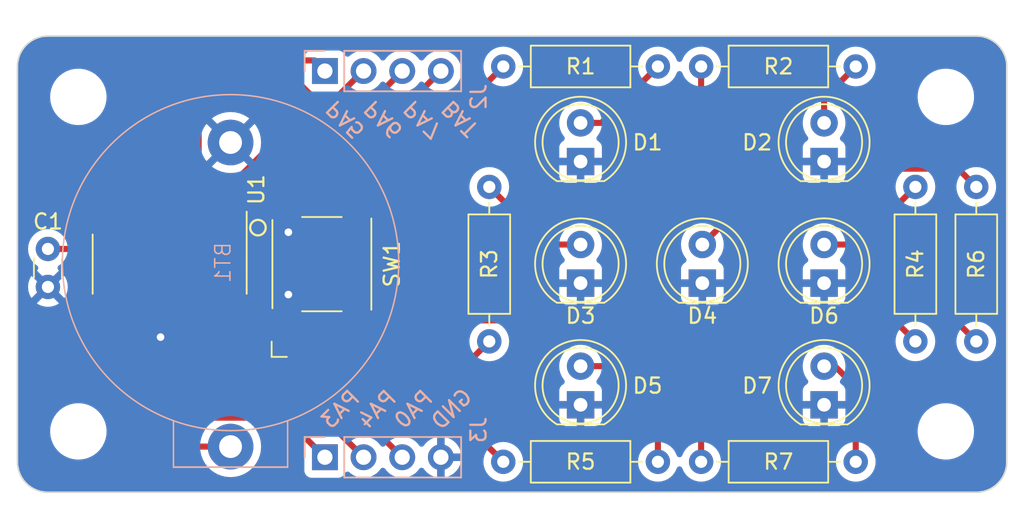
<source format=kicad_pcb>
(kicad_pcb (version 20221018) (generator pcbnew)
  (layers (0 "F.Cu" signal) (31 "B.Cu" signal) (34 "B.Paste" user) (35 "F.Paste" user) (36 "B.SilkS" user "B.Silkscreen") (37 "F.SilkS" user "F.Silkscreen") (38 "B.Mask" user) (39 "F.Mask" user) (44 "Edge.Cuts" user))
  (net 0 "")
  (net 1 "+BATT")
  (net 2 "GND")
  (net 3 "Net-(D1-A)")
  (net 4 "Net-(D2-A)")
  (net 5 "Net-(D3-A)")
  (net 6 "Net-(D4-A)")
  (net 7 "Net-(D5-A)")
  (net 8 "Net-(D6-A)")
  (net 9 "Net-(D7-A)")
  (net 10 "/PA7")
  (net 11 "/PA6")
  (net 12 "/PA5")
  (net 13 "/PA3")
  (net 14 "/PA4")
  (net 15 "/PA0")
  (net 16 "/LED1")
  (net 17 "/LED2")
  (net 18 "/LED3")
  (net 19 "/LED4")
  (net 20 "/LED5")
  (net 21 "/LED6")
  (net 22 "/LED7")
  (net 23 "/BTN")
  (footprint "LED_THT:LED_D5.0mm" (layer "F.Cu") (at 130 96.25 90)
    (fp_text reference "D3" (at -2.15 0 180) (layer "F.SilkS"))
    (fp_text value "LED")
    (fp_line (start -1.29 -1.545) (end -1.29 1.545) (stroke (width 0.12)) (layer "F.SilkS"))
    (fp_arc (start -1.29 -1.54483) (mid 2.072002 -2.880433) (end 4.26 0.000462) (stroke (width 0.12)) (layer "F.SilkS"))
    (fp_arc (start 4.26 -0.000462) (mid 2.072002 2.880433) (end -1.29 1.54483) (stroke (width 0.12)) (layer "F.SilkS"))
    (fp_circle (center 1.27 0) (end 3.77 0) (stroke (width 0.12)) (fill none) (layer "F.SilkS"))
    (pad "1" thru_hole rect (at 0 0 90) (size 1.8 1.8) (drill 0.9) (layers "*.Cu" "*.Mask") (net 2 "GND"))
    (pad "2" thru_hole circle (at 2.54 0 90) (size 1.8 1.8) (drill 0.9) (layers "*.Cu" "*.Mask") (net 5 "Net-(D3-A)"))
  )
  (footprint "MountingHole:MountingHole_3.2mm_M3" (layer "F.Cu") (at 154 84)
    (fp_text reference "H2" hide)
    (fp_text value "MountingHole")
    (pad "" np_thru_hole circle (at 0 0) (size 3.2 3.2) (drill 3.2) (layers "*.Cu" "*.Mask"))
  )
  (footprint "LED_THT:LED_D5.0mm" (layer "F.Cu") (at 130 88.25 90)
    (fp_text reference "D1" (at 1.25 4.4 180) (layer "F.SilkS"))
    (fp_text value "LED")
    (fp_line (start -1.29 -1.545) (end -1.29 1.545) (stroke (width 0.12)) (layer "F.SilkS"))
    (fp_arc (start -1.29 -1.54483) (mid 2.072002 -2.880433) (end 4.26 0.000462) (stroke (width 0.12)) (layer "F.SilkS"))
    (fp_arc (start 4.26 -0.000462) (mid 2.072002 2.880433) (end -1.29 1.54483) (stroke (width 0.12)) (layer "F.SilkS"))
    (fp_circle (center 1.27 0) (end 3.77 0) (stroke (width 0.12)) (fill none) (layer "F.SilkS"))
    (pad "1" thru_hole rect (at 0 0 90) (size 1.8 1.8) (drill 0.9) (layers "*.Cu" "*.Mask") (net 2 "GND"))
    (pad "2" thru_hole circle (at 2.54 0 90) (size 1.8 1.8) (drill 0.9) (layers "*.Cu" "*.Mask") (net 3 "Net-(D1-A)"))
  )
  (footprint "EDice:K2-1102SP-J4SC-04" (layer "F.Cu") (at 113 95 90)
    (fp_text reference "SW1" (at 0 4.6 90) (layer "F.SilkS"))
    (fp_text value "SW_Push")
    (fp_line (start -6.1 -3.3) (end -5.1 -3.3) (stroke (width 0.12)) (layer "F.SilkS"))
    (fp_line (start -6.1 -2.3) (end -6.1 -3.3) (stroke (width 0.12)) (layer "F.SilkS"))
    (fp_line (start -3.1 -1.3) (end -3.1 1.3) (stroke (width 0.12)) (layer "F.SilkS"))
    (fp_line (start 2.9 -3.25) (end -2.9 -3.25) (stroke (width 0.12)) (layer "F.SilkS"))
    (fp_line (start 3 3.25) (end -3 3.25) (stroke (width 0.12)) (layer "F.SilkS"))
    (fp_line (start 3.1 -1.3) (end 3.1 1.3) (stroke (width 0.12)) (layer "F.SilkS"))
    (pad "1" smd rect (at -4.5 -2.25 270) (size 2.6 1.4) (layers "F.Cu" "F.Paste" "F.Mask") (net 2 "GND"))
    (pad "1" smd rect (at 4.5 -2.25 270) (size 2.6 1.4) (layers "F.Cu" "F.Paste" "F.Mask") (net 2 "GND"))
    (pad "2" smd rect (at -4.5 2.25 270) (size 2.6 1.4) (layers "F.Cu" "F.Paste" "F.Mask") (net 23 "/BTN"))
    (pad "2" smd rect (at 4.5 2.25 270) (size 2.6 1.4) (layers "F.Cu" "F.Paste" "F.Mask") (net 23 "/BTN"))
  )
  (footprint "LED_THT:LED_D5.0mm" (layer "F.Cu") (at 138 96.25 90)
    (fp_text reference "D4" (at -2.15 0 180) (layer "F.SilkS"))
    (fp_text value "LED")
    (fp_line (start -1.29 -1.545) (end -1.29 1.545) (stroke (width 0.12)) (layer "F.SilkS"))
    (fp_arc (start -1.29 -1.54483) (mid 2.072002 -2.880433) (end 4.26 0.000462) (stroke (width 0.12)) (layer "F.SilkS"))
    (fp_arc (start 4.26 -0.000462) (mid 2.072002 2.880433) (end -1.29 1.54483) (stroke (width 0.12)) (layer "F.SilkS"))
    (fp_circle (center 1.27 0) (end 3.77 0) (stroke (width 0.12)) (fill none) (layer "F.SilkS"))
    (pad "1" thru_hole rect (at 0 0 90) (size 1.8 1.8) (drill 0.9) (layers "*.Cu" "*.Mask") (net 2 "GND"))
    (pad "2" thru_hole circle (at 2.54 0 90) (size 1.8 1.8) (drill 0.9) (layers "*.Cu" "*.Mask") (net 6 "Net-(D4-A)"))
  )
  (footprint "LED_THT:LED_D5.0mm" (layer "F.Cu") (at 146 88.25 90)
    (fp_text reference "D2" (at 1.25 -4.4 180) (layer "F.SilkS"))
    (fp_text value "LED")
    (fp_line (start -1.29 -1.545) (end -1.29 1.545) (stroke (width 0.12)) (layer "F.SilkS"))
    (fp_arc (start -1.29 -1.54483) (mid 2.072002 -2.880433) (end 4.26 0.000462) (stroke (width 0.12)) (layer "F.SilkS"))
    (fp_arc (start 4.26 -0.000462) (mid 2.072002 2.880433) (end -1.29 1.54483) (stroke (width 0.12)) (layer "F.SilkS"))
    (fp_circle (center 1.27 0) (end 3.77 0) (stroke (width 0.12)) (fill none) (layer "F.SilkS"))
    (pad "1" thru_hole rect (at 0 0 90) (size 1.8 1.8) (drill 0.9) (layers "*.Cu" "*.Mask") (net 2 "GND"))
    (pad "2" thru_hole circle (at 2.54 0 90) (size 1.8 1.8) (drill 0.9) (layers "*.Cu" "*.Mask") (net 4 "Net-(D2-A)"))
  )
  (footprint "MountingHole:MountingHole_3.2mm_M3" (layer "F.Cu") (at 97 106)
    (fp_text reference "H4" hide)
    (fp_text value "MountingHole")
    (pad "" np_thru_hole circle (at 0 0) (size 3.2 3.2) (drill 3.2) (layers "*.Cu" "*.Mask"))
  )
  (footprint "Resistor_THT:R_Axial_DIN0207_L6.3mm_D2.5mm_P10.16mm_Horizontal" (layer "F.Cu") (at 124.92 82)
    (fp_text reference "R1" (at 5.08 0) (layer "F.SilkS"))
    (fp_text value "1k")
    (fp_line (start 1.04 0) (end 1.81 0) (stroke (width 0.12)) (layer "F.SilkS"))
    (fp_line (start 1.81 -1.37) (end 1.81 1.37) (stroke (width 0.12)) (layer "F.SilkS"))
    (fp_line (start 1.81 1.37) (end 8.35 1.37) (stroke (width 0.12)) (layer "F.SilkS"))
    (fp_line (start 8.35 -1.37) (end 1.81 -1.37) (stroke (width 0.12)) (layer "F.SilkS"))
    (fp_line (start 8.35 1.37) (end 8.35 -1.37) (stroke (width 0.12)) (layer "F.SilkS"))
    (fp_line (start 9.12 0) (end 8.35 0) (stroke (width 0.12)) (layer "F.SilkS"))
    (pad "1" thru_hole circle (at 0 0) (size 1.6 1.6) (drill 0.8) (layers "*.Cu" "*.Mask") (net 16 "/LED1"))
    (pad "2" thru_hole oval (at 10.16 0) (size 1.6 1.6) (drill 0.8) (layers "*.Cu" "*.Mask") (net 3 "Net-(D1-A)"))
  )
  (footprint "Resistor_THT:R_Axial_DIN0207_L6.3mm_D2.5mm_P10.16mm_Horizontal" (layer "F.Cu") (at 156 89.92 -90)
    (fp_text reference "R6" (at 5.08 0 90) (layer "F.SilkS"))
    (fp_text value "1k")
    (fp_line (start 1.04 0) (end 1.81 0) (stroke (width 0.12)) (layer "F.SilkS"))
    (fp_line (start 1.81 -1.37) (end 1.81 1.37) (stroke (width 0.12)) (layer "F.SilkS"))
    (fp_line (start 1.81 1.37) (end 8.35 1.37) (stroke (width 0.12)) (layer "F.SilkS"))
    (fp_line (start 8.35 -1.37) (end 1.81 -1.37) (stroke (width 0.12)) (layer "F.SilkS"))
    (fp_line (start 8.35 1.37) (end 8.35 -1.37) (stroke (width 0.12)) (layer "F.SilkS"))
    (fp_line (start 9.12 0) (end 8.35 0) (stroke (width 0.12)) (layer "F.SilkS"))
    (pad "1" thru_hole circle (at 0 0 270) (size 1.6 1.6) (drill 0.8) (layers "*.Cu" "*.Mask") (net 21 "/LED6"))
    (pad "2" thru_hole oval (at 10.16 0 270) (size 1.6 1.6) (drill 0.8) (layers "*.Cu" "*.Mask") (net 8 "Net-(D6-A)"))
  )
  (footprint "Resistor_THT:R_Axial_DIN0207_L6.3mm_D2.5mm_P10.16mm_Horizontal" (layer "F.Cu") (at 137.92 108)
    (fp_text reference "R7" (at 5.08 0) (layer "F.SilkS"))
    (fp_text value "1k")
    (fp_line (start 1.04 0) (end 1.81 0) (stroke (width 0.12)) (layer "F.SilkS"))
    (fp_line (start 1.81 -1.37) (end 1.81 1.37) (stroke (width 0.12)) (layer "F.SilkS"))
    (fp_line (start 1.81 1.37) (end 8.35 1.37) (stroke (width 0.12)) (layer "F.SilkS"))
    (fp_line (start 8.35 -1.37) (end 1.81 -1.37) (stroke (width 0.12)) (layer "F.SilkS"))
    (fp_line (start 8.35 1.37) (end 8.35 -1.37) (stroke (width 0.12)) (layer "F.SilkS"))
    (fp_line (start 9.12 0) (end 8.35 0) (stroke (width 0.12)) (layer "F.SilkS"))
    (pad "1" thru_hole circle (at 0 0) (size 1.6 1.6) (drill 0.8) (layers "*.Cu" "*.Mask") (net 22 "/LED7"))
    (pad "2" thru_hole oval (at 10.16 0) (size 1.6 1.6) (drill 0.8) (layers "*.Cu" "*.Mask") (net 9 "Net-(D7-A)"))
  )
  (footprint "LED_THT:LED_D5.0mm" (layer "F.Cu") (at 146 104.25 90)
    (fp_text reference "D7" (at 1.25 -4.4 180) (layer "F.SilkS"))
    (fp_text value "LED")
    (fp_line (start -1.29 -1.545) (end -1.29 1.545) (stroke (width 0.12)) (layer "F.SilkS"))
    (fp_arc (start -1.29 -1.54483) (mid 2.072002 -2.880433) (end 4.26 0.000462) (stroke (width 0.12)) (layer "F.SilkS"))
    (fp_arc (start 4.26 -0.000462) (mid 2.072002 2.880433) (end -1.29 1.54483) (stroke (width 0.12)) (layer "F.SilkS"))
    (fp_circle (center 1.27 0) (end 3.77 0) (stroke (width 0.12)) (fill none) (layer "F.SilkS"))
    (pad "1" thru_hole rect (at 0 0 90) (size 1.8 1.8) (drill 0.9) (layers "*.Cu" "*.Mask") (net 2 "GND"))
    (pad "2" thru_hole circle (at 2.54 0 90) (size 1.8 1.8) (drill 0.9) (layers "*.Cu" "*.Mask") (net 9 "Net-(D7-A)"))
  )
  (footprint "MountingHole:MountingHole_3.2mm_M3" (layer "F.Cu") (at 97 84)
    (fp_text reference "H1" hide)
    (fp_text value "MountingHole")
    (pad "" np_thru_hole circle (at 0 0) (size 3.2 3.2) (drill 3.2) (layers "*.Cu" "*.Mask"))
  )
  (footprint "MountingHole:MountingHole_3.2mm_M3" (layer "F.Cu") (at 154 106)
    (fp_text reference "H3" hide)
    (fp_text value "MountingHole")
    (pad "" np_thru_hole circle (at 0 0) (size 3.2 3.2) (drill 3.2) (layers "*.Cu" "*.Mask"))
  )
  (footprint "Resistor_THT:R_Axial_DIN0207_L6.3mm_D2.5mm_P10.16mm_Horizontal" (layer "F.Cu") (at 152 100.08 90)
    (fp_text reference "R4" (at 5.08 0 90) (layer "F.SilkS"))
    (fp_text value "1k")
    (fp_line (start 1.04 0) (end 1.81 0) (stroke (width 0.12)) (layer "F.SilkS"))
    (fp_line (start 1.81 -1.37) (end 1.81 1.37) (stroke (width 0.12)) (layer "F.SilkS"))
    (fp_line (start 1.81 1.37) (end 8.35 1.37) (stroke (width 0.12)) (layer "F.SilkS"))
    (fp_line (start 8.35 -1.37) (end 1.81 -1.37) (stroke (width 0.12)) (layer "F.SilkS"))
    (fp_line (start 8.35 1.37) (end 8.35 -1.37) (stroke (width 0.12)) (layer "F.SilkS"))
    (fp_line (start 9.12 0) (end 8.35 0) (stroke (width 0.12)) (layer "F.SilkS"))
    (pad "1" thru_hole circle (at 0 0 90) (size 1.6 1.6) (drill 0.8) (layers "*.Cu" "*.Mask") (net 19 "/LED4"))
    (pad "2" thru_hole oval (at 10.16 0 90) (size 1.6 1.6) (drill 0.8) (layers "*.Cu" "*.Mask") (net 6 "Net-(D4-A)"))
  )
  (footprint "LED_THT:LED_D5.0mm" (layer "F.Cu") (at 130 104.25 90)
    (fp_text reference "D5" (at 1.25 4.4 180) (layer "F.SilkS"))
    (fp_text value "LED")
    (fp_line (start -1.29 -1.545) (end -1.29 1.545) (stroke (width 0.12)) (layer "F.SilkS"))
    (fp_arc (start -1.29 -1.54483) (mid 2.072002 -2.880433) (end 4.26 0.000462) (stroke (width 0.12)) (layer "F.SilkS"))
    (fp_arc (start 4.26 -0.000462) (mid 2.072002 2.880433) (end -1.29 1.54483) (stroke (width 0.12)) (layer "F.SilkS"))
    (fp_circle (center 1.27 0) (end 3.77 0) (stroke (width 0.12)) (fill none) (layer "F.SilkS"))
    (pad "1" thru_hole rect (at 0 0 90) (size 1.8 1.8) (drill 0.9) (layers "*.Cu" "*.Mask") (net 2 "GND"))
    (pad "2" thru_hole circle (at 2.54 0 90) (size 1.8 1.8) (drill 0.9) (layers "*.Cu" "*.Mask") (net 7 "Net-(D5-A)"))
  )
  (footprint "Resistor_THT:R_Axial_DIN0207_L6.3mm_D2.5mm_P10.16mm_Horizontal" (layer "F.Cu") (at 137.92 82)
    (fp_text reference "R2" (at 5.08 0) (layer "F.SilkS"))
    (fp_text value "1k")
    (fp_line (start 1.04 0) (end 1.81 0) (stroke (width 0.12)) (layer "F.SilkS"))
    (fp_line (start 1.81 -1.37) (end 1.81 1.37) (stroke (width 0.12)) (layer "F.SilkS"))
    (fp_line (start 1.81 1.37) (end 8.35 1.37) (stroke (width 0.12)) (layer "F.SilkS"))
    (fp_line (start 8.35 -1.37) (end 1.81 -1.37) (stroke (width 0.12)) (layer "F.SilkS"))
    (fp_line (start 8.35 1.37) (end 8.35 -1.37) (stroke (width 0.12)) (layer "F.SilkS"))
    (fp_line (start 9.12 0) (end 8.35 0) (stroke (width 0.12)) (layer "F.SilkS"))
    (pad "1" thru_hole circle (at 0 0) (size 1.6 1.6) (drill 0.8) (layers "*.Cu" "*.Mask") (net 17 "/LED2"))
    (pad "2" thru_hole oval (at 10.16 0) (size 1.6 1.6) (drill 0.8) (layers "*.Cu" "*.Mask") (net 4 "Net-(D2-A)"))
  )
  (footprint "Resistor_THT:R_Axial_DIN0207_L6.3mm_D2.5mm_P10.16mm_Horizontal" (layer "F.Cu") (at 124 100.08 90)
    (fp_text reference "R3" (at 5.08 0 90) (layer "F.SilkS"))
    (fp_text value "1k")
    (fp_line (start 1.04 0) (end 1.81 0) (stroke (width 0.12)) (layer "F.SilkS"))
    (fp_line (start 1.81 -1.37) (end 1.81 1.37) (stroke (width 0.12)) (layer "F.SilkS"))
    (fp_line (start 1.81 1.37) (end 8.35 1.37) (stroke (width 0.12)) (layer "F.SilkS"))
    (fp_line (start 8.35 -1.37) (end 1.81 -1.37) (stroke (width 0.12)) (layer "F.SilkS"))
    (fp_line (start 8.35 1.37) (end 8.35 -1.37) (stroke (width 0.12)) (layer "F.SilkS"))
    (fp_line (start 9.12 0) (end 8.35 0) (stroke (width 0.12)) (layer "F.SilkS"))
    (pad "1" thru_hole circle (at 0 0 90) (size 1.6 1.6) (drill 0.8) (layers "*.Cu" "*.Mask") (net 18 "/LED3"))
    (pad "2" thru_hole oval (at 10.16 0 90) (size 1.6 1.6) (drill 0.8) (layers "*.Cu" "*.Mask") (net 5 "Net-(D3-A)"))
  )
  (footprint "Package_SO:SOIC-16_3.9x9.9mm_P1.27mm" (layer "F.Cu") (at 103 95 -90)
    (fp_text reference "U1" (at -4.9 -5.7 90) (layer "F.SilkS"))
    (fp_text value "PFS154-S16")
    (fp_line (start 0 -5.06) (end -3.45 -5.06) (stroke (width 0.12)) (layer "F.SilkS"))
    (fp_line (start 0 -5.06) (end 1.95 -5.06) (stroke (width 0.12)) (layer "F.SilkS"))
    (fp_line (start 0 5.06) (end -1.95 5.06) (stroke (width 0.12)) (layer "F.SilkS"))
    (fp_line (start 0 5.06) (end 1.95 5.06) (stroke (width 0.12)) (layer "F.SilkS"))
    (pad "1" smd roundrect (at -2.475 -4.445 270) (size 3 0.6) (layers "F.Cu" "F.Paste" "F.Mask") (net 23 "/BTN"))
    (pad "2" smd roundrect (at -2.475 -3.175 270) (size 3 0.6) (layers "F.Cu" "F.Paste" "F.Mask") (net 21 "/LED6"))
    (pad "3" smd roundrect (at -2.475 -1.905 270) (size 3 0.6) (layers "F.Cu" "F.Paste" "F.Mask") (net 17 "/LED2"))
    (pad "4" smd roundrect (at -2.475 -0.635 270) (size 3 0.6) (layers "F.Cu" "F.Paste" "F.Mask") (net 16 "/LED1"))
    (pad "5" smd roundrect (at -2.475 0.635 270) (size 3 0.6) (layers "F.Cu" "F.Paste" "F.Mask") (net 1 "+BATT"))
    (pad "6" smd roundrect (at -2.475 1.905 270) (size 3 0.6) (layers "F.Cu" "F.Paste" "F.Mask") (net 10 "/PA7"))
    (pad "7" smd roundrect (at -2.475 3.175 270) (size 3 0.6) (layers "F.Cu" "F.Paste" "F.Mask") (net 11 "/PA6"))
    (pad "8" smd roundrect (at -2.475 4.445 270) (size 3 0.6) (layers "F.Cu" "F.Paste" "F.Mask") (net 12 "/PA5"))
    (pad "9" smd roundrect (at 2.475 4.445 270) (size 3 0.6) (layers "F.Cu" "F.Paste" "F.Mask") (net 13 "/PA3"))
    (pad "10" smd roundrect (at 2.475 3.175 270) (size 3 0.6) (layers "F.Cu" "F.Paste" "F.Mask") (net 14 "/PA4"))
    (pad "11" smd roundrect (at 2.475 1.905 270) (size 3 0.6) (layers "F.Cu" "F.Paste" "F.Mask") (net 15 "/PA0"))
    (pad "12" smd roundrect (at 2.475 0.635 270) (size 3 0.6) (layers "F.Cu" "F.Paste" "F.Mask") (net 2 "GND"))
    (pad "13" smd roundrect (at 2.475 -0.635 270) (size 3 0.6) (layers "F.Cu" "F.Paste" "F.Mask") (net 20 "/LED5"))
    (pad "14" smd roundrect (at 2.475 -1.905 270) (size 3 0.6) (layers "F.Cu" "F.Paste" "F.Mask") (net 18 "/LED3"))
    (pad "15" smd roundrect (at 2.475 -3.175 270) (size 3 0.6) (layers "F.Cu" "F.Paste" "F.Mask") (net 22 "/LED7"))
    (pad "16" smd roundrect (at 2.475 -4.445 270) (size 3 0.6) (layers "F.Cu" "F.Paste" "F.Mask") (net 19 "/LED4"))
  )
  (footprint "Capacitor_THT:C_Disc_D3.0mm_W1.6mm_P2.50mm" (layer "F.Cu") (at 95 94 -90)
    (fp_text reference "C1" (at -1.8 0) (layer "F.SilkS"))
    (fp_text value "100n")
    (fp_line (start 0.621 -0.92) (end 1.879 -0.92) (stroke (width 0.12)) (layer "F.SilkS"))
    (fp_line (start 0.621 0.92) (end 1.879 0.92) (stroke (width 0.12)) (layer "F.SilkS"))
    (pad "1" thru_hole circle (at 0 0 270) (size 1.6 1.6) (drill 0.8) (layers "*.Cu" "*.Mask") (net 1 "+BATT"))
    (pad "2" thru_hole circle (at 2.5 0 270) (size 1.6 1.6) (drill 0.8) (layers "*.Cu" "*.Mask") (net 2 "GND"))
  )
  (footprint "LED_THT:LED_D5.0mm" (layer "F.Cu") (at 146 96.25 90)
    (fp_text reference "D6" (at -2.15 0 180) (layer "F.SilkS"))
    (fp_text value "LED")
    (fp_line (start -1.29 -1.545) (end -1.29 1.545) (stroke (width 0.12)) (layer "F.SilkS"))
    (fp_arc (start -1.29 -1.54483) (mid 2.072002 -2.880433) (end 4.26 0.000462) (stroke (width 0.12)) (layer "F.SilkS"))
    (fp_arc (start 4.26 -0.000462) (mid 2.072002 2.880433) (end -1.29 1.54483) (stroke (width 0.12)) (layer "F.SilkS"))
    (fp_circle (center 1.27 0) (end 3.77 0) (stroke (width 0.12)) (fill none) (layer "F.SilkS"))
    (pad "1" thru_hole rect (at 0 0 90) (size 1.8 1.8) (drill 0.9) (layers "*.Cu" "*.Mask") (net 2 "GND"))
    (pad "2" thru_hole circle (at 2.54 0 90) (size 1.8 1.8) (drill 0.9) (layers "*.Cu" "*.Mask") (net 8 "Net-(D6-A)"))
  )
  (footprint "Resistor_THT:R_Axial_DIN0207_L6.3mm_D2.5mm_P10.16mm_Horizontal" (layer "F.Cu") (at 124.92 108)
    (fp_text reference "R5" (at 5.08 0) (layer "F.SilkS"))
    (fp_text value "1k")
    (fp_line (start 1.04 0) (end 1.81 0) (stroke (width 0.12)) (layer "F.SilkS"))
    (fp_line (start 1.81 -1.37) (end 1.81 1.37) (stroke (width 0.12)) (layer "F.SilkS"))
    (fp_line (start 1.81 1.37) (end 8.35 1.37) (stroke (width 0.12)) (layer "F.SilkS"))
    (fp_line (start 8.35 -1.37) (end 1.81 -1.37) (stroke (width 0.12)) (layer "F.SilkS"))
    (fp_line (start 8.35 1.37) (end 8.35 -1.37) (stroke (width 0.12)) (layer "F.SilkS"))
    (fp_line (start 9.12 0) (end 8.35 0) (stroke (width 0.12)) (layer "F.SilkS"))
    (pad "1" thru_hole circle (at 0 0) (size 1.6 1.6) (drill 0.8) (layers "*.Cu" "*.Mask") (net 20 "/LED5"))
    (pad "2" thru_hole oval (at 10.16 0) (size 1.6 1.6) (drill 0.8) (layers "*.Cu" "*.Mask") (net 7 "Net-(D5-A)"))
  )
  (footprint "Connector_PinHeader_2.54mm:PinHeader_1x04_P2.54mm_Vertical" (layer "B.Cu") (at 113.2 82.3 -90)
    (fp_text reference "J2" (at 1.7 -10.1 -270) (layer "B.SilkS") (effects (justify mirror)))
    (fp_text value "Conn_01x04")
    (fp_line (start -1.33 -8.95) (end 1.33 -8.95) (stroke (width 0.12)) (layer "B.SilkS"))
    (fp_line (start -1.33 -1.27) (end -1.33 -8.95) (stroke (width 0.12)) (layer "B.SilkS"))
    (fp_line (start -1.33 -1.27) (end 1.33 -1.27) (stroke (width 0.12)) (layer "B.SilkS"))
    (fp_line (start -1.33 0) (end -1.33 1.33) (stroke (width 0.12)) (layer "B.SilkS"))
    (fp_line (start -1.33 1.33) (end 0 1.33) (stroke (width 0.12)) (layer "B.SilkS"))
    (fp_line (start 1.33 -1.27) (end 1.33 -8.95) (stroke (width 0.12)) (layer "B.SilkS"))
    (pad "1" thru_hole rect (at 0 0 270) (size 1.7 1.7) (drill 1) (layers "*.Cu" "*.Mask") (net 12 "/PA5"))
    (pad "2" thru_hole oval (at 0 -2.54 270) (size 1.7 1.7) (drill 1) (layers "*.Cu" "*.Mask") (net 11 "/PA6"))
    (pad "3" thru_hole oval (at 0 -5.08 270) (size 1.7 1.7) (drill 1) (layers "*.Cu" "*.Mask") (net 10 "/PA7"))
    (pad "4" thru_hole oval (at 0 -7.62 270) (size 1.7 1.7) (drill 1) (layers "*.Cu" "*.Mask") (net 1 "+BATT"))
  )
  (footprint "Connector_PinHeader_2.54mm:PinHeader_1x04_P2.54mm_Vertical" (layer "B.Cu") (at 113.2 107.7 -90)
    (fp_text reference "J3" (at -1.8 -10.1 90) (layer "B.SilkS") (effects (justify mirror)))
    (fp_text value "Conn_01x04")
    (fp_line (start -1.33 -8.95) (end 1.33 -8.95) (stroke (width 0.12)) (layer "B.SilkS"))
    (fp_line (start -1.33 -1.27) (end -1.33 -8.95) (stroke (width 0.12)) (layer "B.SilkS"))
    (fp_line (start -1.33 -1.27) (end 1.33 -1.27) (stroke (width 0.12)) (layer "B.SilkS"))
    (fp_line (start -1.33 0) (end -1.33 1.33) (stroke (width 0.12)) (layer "B.SilkS"))
    (fp_line (start -1.33 1.33) (end 0 1.33) (stroke (width 0.12)) (layer "B.SilkS"))
    (fp_line (start 1.33 -1.27) (end 1.33 -8.95) (stroke (width 0.12)) (layer "B.SilkS"))
    (pad "1" thru_hole rect (at 0 0 270) (size 1.7 1.7) (drill 1) (layers "*.Cu" "*.Mask") (net 13 "/PA3"))
    (pad "2" thru_hole oval (at 0 -2.54 270) (size 1.7 1.7) (drill 1) (layers "*.Cu" "*.Mask") (net 14 "/PA4"))
    (pad "3" thru_hole oval (at 0 -5.08 270) (size 1.7 1.7) (drill 1) (layers "*.Cu" "*.Mask") (net 15 "/PA0"))
    (pad "4" thru_hole oval (at 0 -7.62 270) (size 1.7 1.7) (drill 1) (layers "*.Cu" "*.Mask") (net 2 "GND"))
  )
  (footprint "EDice:BS-02-A1AJ010" (layer "B.Cu") (at 107 94.9 -90)
    (fp_text reference "BT1" (at 0 0.5 -270 unlocked) (layer "B.SilkS") (effects (font (thickness 0.1)) (justify mirror)))
    (fp_text value "Battery_Cell")
    (fp_line (start 10.4 -3.75) (end 13.45 -3.75) (stroke (width 0.1)) (layer "B.SilkS"))
    (fp_line (start 13.45 -3.75) (end 13.45 3.75) (stroke (width 0.1)) (layer "B.SilkS"))
    (fp_line (start 13.45 -3.75) (end 13.45 3.75) (stroke (width 0.1)) (layer "B.SilkS"))
    (fp_line (start 13.45 3.75) (end 10.4 3.75) (stroke (width 0.1)) (layer "B.SilkS"))
    (fp_circle (center 0 0) (end 11.05 0) (stroke (width 0.1)) (fill none) (layer "B.SilkS"))
    (pad "1" thru_hole circle (at 12.1 0 270) (size 3 3) (drill 1.5) (layers "*.Cu" "*.Mask") (net 1 "+BATT"))
    (pad "2" thru_hole circle (at -7.9 0 270) (size 3 3) (drill 1.5) (layers "*.Cu" "*.Mask") (net 2 "GND"))
  )
  (gr_circle (center 108.8 92.6) (end 109.309902 92.6) (stroke (width 0.15)) (fill none) (layer "F.SilkS"))
  (gr_line (start 93 108) (end 93 82) (stroke (width 0.1)) (layer "Edge.Cuts"))
  (gr_line (start 95 80) (end 156 80) (stroke (width 0.1)) (layer "Edge.Cuts"))
  (gr_arc (start 158 108) (mid 157.414214 109.414214) (end 156 110) (stroke (width 0.1)) (layer "Edge.Cuts"))
  (gr_arc (start 95 110) (mid 93.585786 109.414214) (end 93 108) (stroke (width 0.1)) (layer "Edge.Cuts"))
  (gr_line (start 156 110) (end 95 110) (stroke (width 0.1)) (layer "Edge.Cuts"))
  (gr_line (start 158 82) (end 158 108) (stroke (width 0.1)) (layer "Edge.Cuts"))
  (gr_arc (start 93 82) (mid 93.585786 80.585786) (end 95 80) (stroke (width 0.1)) (layer "Edge.Cuts"))
  (gr_arc (start 156 80) (mid 157.414214 80.585786) (end 158 82) (stroke (width 0.1)) (layer "Edge.Cuts"))
  (gr_text "GND" (at 123.1 103.8 45) (layer "B.SilkS") (effects (font (size 1 1)) (justify left bottom mirror)))
  (gr_text "PA3" (at 115.7 103.9 45) (layer "B.SilkS") (effects (font (size 1 1)) (justify left bottom mirror)))
  (gr_text "PA6" (at 116.4 84 135) (layer "B.SilkS") (effects (font (size 1 1)) (justify left bottom mirror)))
  (gr_text "BAT" (at 121.5 84 135) (layer "B.SilkS") (effects (font (size 1 1)) (justify left bottom mirror)))
  (gr_text "PA7" (at 119 84 135) (layer "B.SilkS") (effects (font (size 1 1)) (justify left bottom mirror)))
  (gr_text "PA4" (at 118.1 103.9 45) (layer "B.SilkS") (effects (font (size 1 1)) (justify left bottom mirror)))
  (gr_text "PA5" (at 113.9 84 135) (layer "B.SilkS") (effects (font (size 1 1)) (justify left bottom mirror)))
  (gr_text "PA0" (at 120.5 103.9 45) (layer "B.SilkS") (effects (font (size 1 1)) (justify left bottom mirror)))
  (segment (start 110.104356 83.4) (end 105.504356 83.4) (width 0.4) (layer "F.Cu") (net 1))
  (segment (start 101.7 95) (end 102.365 94.335) (width 0.4) (layer "F.Cu") (net 1))
  (segment (start 102.365 94.335) (end 102.365 92.525) (width 0.4) (layer "F.Cu") (net 1))
  (segment (start 96.4 94) (end 97.1 94.7) (width 0.4) (layer "F.Cu") (net 1))
  (segment (start 118.020998 85.099002) (end 111.803356 85.099) (width 0.4) (layer "F.Cu") (net 1))
  (segment (start 97.4 95) (end 101.7 95) (width 0.4) (layer "F.Cu") (net 1))
  (segment (start 95 94) (end 96.4 94) (width 0.4) (layer "F.Cu") (net 1))
  (segment (start 97.3 100.4) (end 97.3 94.9) (width 0.4) (layer "F.Cu") (net 1))
  (segment (start 97.1 94.7) (end 97.4 95) (width 0.4) (layer "F.Cu") (net 1))
  (segment (start 105.504356 83.4) (end 102.365 86.539356) (width 0.4) (layer "F.Cu") (net 1))
  (segment (start 111.803356 85.099) (end 110.104356 83.4) (width 0.4) (layer "F.Cu") (net 1))
  (segment (start 120.82 82.3) (end 118.020998 85.099002) (width 0.4) (layer "F.Cu") (net 1))
  (segment (start 102.365 86.539356) (end 102.365 92.525) (width 0.4) (layer "F.Cu") (net 1))
  (segment (start 107 107) (end 103.9 107) (width 0.4) (layer "F.Cu") (net 1))
  (segment (start 97.3 94.9) (end 97.1 94.7) (width 0.4) (layer "F.Cu") (net 1))
  (segment (start 103.9 107) (end 97.3 100.4) (width 0.4) (layer "F.Cu") (net 1))
  (segment (start 110.75 92.85) (end 110.8 92.9) (width 0.4) (layer "F.Cu") (net 2))
  (segment (start 110.75 99.5) (end 110.75 97.05) (width 0.4) (layer "F.Cu") (net 2))
  (segment (start 102.365 97.475) (end 102.365 99.765) (width 0.4) (layer "F.Cu") (net 2))
  (segment (start 110.75 90.5) (end 110.75 92.85) (width 0.4) (layer "F.Cu") (net 2))
  (segment (start 102.365 99.765) (end 102.4 99.8) (width 0.4) (layer "F.Cu") (net 2))
  (segment (start 110.75 97.05) (end 110.8 97) (width 0.4) (layer "F.Cu") (net 2))
  (via (at 102.4 99.8) (size 1.3) (drill 0.5) (layers "F.Cu" "B.Cu") (net 2))
  (via (at 110.8 92.9) (size 1.3) (drill 0.5) (layers "F.Cu" "B.Cu") (net 2))
  (via (at 110.8 97) (size 1.3) (drill 0.5) (layers "F.Cu" "B.Cu") (net 2))
  (segment (start 131.37 85.71) (end 135.08 82) (width 0.4) (layer "F.Cu") (net 3))
  (segment (start 130 85.71) (end 131.37 85.71) (width 0.4) (layer "F.Cu") (net 3))
  (segment (start 146 85.71) (end 146 84.08) (width 0.4) (layer "F.Cu") (net 4))
  (segment (start 146 84.08) (end 148.08 82) (width 0.4) (layer "F.Cu") (net 4))
  (segment (start 127.79 93.71) (end 124 89.92) (width 0.4) (layer "F.Cu") (net 5))
  (segment (start 130 93.71) (end 127.79 93.71) (width 0.4) (layer "F.Cu") (net 5))
  (segment (start 152 89.92) (end 150.620998 91.299002) (width 0.4) (layer "F.Cu") (net 6))
  (segment (start 150.620998 91.299002) (end 140.410998 91.299002) (width 0.4) (layer "F.Cu") (net 6))
  (segment (start 140.410998 91.299002) (end 138 93.71) (width 0.4) (layer "F.Cu") (net 6))
  (segment (start 135.08 104.48) (end 135.08 108) (width 0.4) (layer "F.Cu") (net 7))
  (segment (start 130 101.71) (end 132.31 101.71) (width 0.4) (layer "F.Cu") (net 7))
  (segment (start 132.31 101.71) (end 135.08 104.48) (width 0.4) (layer "F.Cu") (net 7))
  (segment (start 146 93.71) (end 149.63 93.71) (width 0.4) (layer "F.Cu") (net 8))
  (segment (start 149.63 93.71) (end 156 100.08) (width 0.4) (layer "F.Cu") (net 8))
  (segment (start 148.08 103.08) (end 148.08 108) (width 0.4) (layer "F.Cu") (net 9))
  (segment (start 146 101.71) (end 146.71 101.71) (width 0.4) (layer "F.Cu") (net 9))
  (segment (start 146.71 101.71) (end 148.08 103.08) (width 0.4) (layer "F.Cu") (net 9))
  (segment (start 116.080499 84.499501) (end 112.051678 84.4995) (width 0.4) (layer "F.Cu") (net 10))
  (segment (start 110.352677 82.800499) (end 105.256025 82.8005) (width 0.4) (layer "F.Cu") (net 10))
  (segment (start 118.28 82.3) (end 116.080499 84.499501) (width 0.4) (layer "F.Cu") (net 10))
  (segment (start 105.256025 82.8005) (end 101.095 86.961525) (width 0.4) (layer "F.Cu") (net 10))
  (segment (start 101.095 86.961525) (end 101.095 92.525) (width 0.4) (layer "F.Cu") (net 10))
  (segment (start 112.051678 84.4995) (end 110.352677 82.800499) (width 0.4) (layer "F.Cu") (net 10))
  (segment (start 99.825 87.383694) (end 99.825 92.525) (width 0.4) (layer "F.Cu") (net 11))
  (segment (start 112.3 83.9) (end 110.600998 82.200998) (width 0.4) (layer "F.Cu") (net 11))
  (segment (start 115.7 82.3) (end 114.1 83.9) (width 0.4) (layer "F.Cu") (net 11))
  (segment (start 114.1 83.9) (end 112.3 83.9) (width 0.4) (layer "F.Cu") (net 11))
  (segment (start 105.007696 82.200998) (end 99.825 87.383694) (width 0.4) (layer "F.Cu") (net 11))
  (segment (start 115.74 82.3) (end 115.7 82.3) (width 0.4) (layer "F.Cu") (net 11))
  (segment (start 110.600998 82.200998) (end 105.007696 82.200998) (width 0.4) (layer "F.Cu") (net 11))
  (segment (start 112.501498 81.601498) (end 113.2 82.3) (width 0.4) (layer "F.Cu") (net 12))
  (segment (start 98.555 92.525) (end 98.555 87.805863) (width 0.4) (layer "F.Cu") (net 12))
  (segment (start 98.555 87.805863) (end 104.759365 81.601498) (width 0.4) (layer "F.Cu") (net 12))
  (segment (start 104.759365 81.601498) (end 112.501498 81.601498) (width 0.4) (layer "F.Cu") (net 12))
  (segment (start 98.555 100.355) (end 98.555 97.475) (width 0.4) (layer "F.Cu") (net 13))
  (segment (start 110.597004 105.097004) (end 103.297004 105.097004) (width 0.4) (layer "F.Cu") (net 13))
  (segment (start 103.297004 105.097004) (end 98.555 100.355) (width 0.4) (layer "F.Cu") (net 13))
  (segment (start 113.2 107.7) (end 110.597004 105.097004) (width 0.4) (layer "F.Cu") (net 13))
  (segment (start 112.537504 104.497504) (end 103.997504 104.497504) (width 0.4) (layer "F.Cu") (net 14))
  (segment (start 115.74 107.7) (end 112.537504 104.497504) (width 0.4) (layer "F.Cu") (net 14))
  (segment (start 99.825 100.325) (end 99.825 97.475) (width 0.4) (layer "F.Cu") (net 14))
  (segment (start 103.997504 104.497504) (end 99.825 100.325) (width 0.4) (layer "F.Cu") (net 14))
  (segment (start 118.28 107.7) (end 114.478003 103.898003) (width 0.4) (layer "F.Cu") (net 15))
  (segment (start 104.598003 103.898003) (end 101.095 100.395) (width 0.4) (layer "F.Cu") (net 15))
  (segment (start 114.478003 103.898003) (end 104.598003 103.898003) (width 0.4) (layer "F.Cu") (net 15))
  (segment (start 101.095 100.395) (end 101.095 97.475) (width 0.4) (layer "F.Cu") (net 15))
  (segment (start 124.92 82) (end 121.221497 85.698503) (width 0.4) (layer "F.Cu") (net 16))
  (segment (start 109.857034 84.0005) (end 105.752384 84.0005) (width 0.4) (layer "F.Cu") (net 16))
  (segment (start 103.635 86.117884) (end 103.635 92.525) (width 0.4) (layer "F.Cu") (net 16))
  (segment (start 111.555034 85.6985) (end 109.857034 84.0005) (width 0.4) (layer "F.Cu") (net 16))
  (segment (start 105.752384 84.0005) (end 103.635 86.117884) (width 0.4) (layer "F.Cu") (net 16))
  (segment (start 121.221497 85.698503) (end 111.555034 85.6985) (width 0.4) (layer "F.Cu") (net 16))
  (segment (start 121.469819 86.298003) (end 121.469821 86.298001) (width 0.4) (layer "F.Cu") (net 17))
  (segment (start 104.905 92.525) (end 104.905 85.695706) (width 0.4) (layer "F.Cu") (net 17))
  (segment (start 109.608712 84.6) (end 111.306713 86.298001) (width 0.4) (layer "F.Cu") (net 17))
  (segment (start 132 90.1) (end 137.92 84.18) (width 0.4) (layer "F.Cu") (net 17))
  (segment (start 104.905 85.695706) (end 106.000706 84.6) (width 0.4) (layer "F.Cu") (net 17))
  (segment (start 121.469821 86.298001) (end 124.345823 86.298001) (width 0.4) (layer "F.Cu") (net 17))
  (segment (start 111.306713 86.298001) (end 121.469819 86.298003) (width 0.4) (layer "F.Cu") (net 17))
  (segment (start 128.147822 90.1) (end 132 90.1) (width 0.4) (layer "F.Cu") (net 17))
  (segment (start 137.92 84.18) (end 137.92 82) (width 0.4) (layer "F.Cu") (net 17))
  (segment (start 124.345823 86.298001) (end 128.147822 90.1) (width 0.4) (layer "F.Cu") (net 17))
  (segment (start 106.000706 84.6) (end 109.608712 84.6) (width 0.4) (layer "F.Cu") (net 17))
  (segment (start 124 100.08) (end 121.380998 102.699002) (width 0.4) (layer "F.Cu") (net 18))
  (segment (start 104.9 97.48) (end 104.905 97.475) (width 0.4) (layer "F.Cu") (net 18))
  (segment (start 121.380998 102.699002) (end 107.099002 102.699002) (width 0.4) (layer "F.Cu") (net 18))
  (segment (start 107.099002 102.699002) (end 104.9 100.5) (width 0.4) (layer "F.Cu") (net 18))
  (segment (start 104.9 100.5) (end 104.9 97.48) (width 0.4) (layer "F.Cu") (net 18))
  (segment (start 108.699501 101.499501) (end 107.445 100.245) (width 0.4) (layer "F.Cu") (net 19))
  (segment (start 150.020499 98.100499) (end 120.8995 98.1005) (width 0.4) (layer "F.Cu") (net 19))
  (segment (start 120.8995 98.1005) (end 117.500499 101.499501) (width 0.4) (layer "F.Cu") (net 19))
  (segment (start 107.445 100.245) (end 107.445 97.475) (width 0.4) (layer "F.Cu") (net 19))
  (segment (start 117.500499 101.499501) (end 108.699501 101.499501) (width 0.4) (layer "F.Cu") (net 19))
  (segment (start 152 100.08) (end 150.020499 98.100499) (width 0.4) (layer "F.Cu") (net 19))
  (segment (start 103.635 100.435) (end 103.635 97.475) (width 0.4) (layer "F.Cu") (net 20))
  (segment (start 106.498502 103.298502) (end 103.635 100.435) (width 0.4) (layer "F.Cu") (net 20))
  (segment (start 120.218502 103.298502) (end 106.498502 103.298502) (width 0.4) (layer "F.Cu") (net 20))
  (segment (start 124.92 108) (end 120.218502 103.298502) (width 0.4) (layer "F.Cu") (net 20))
  (segment (start 109.954674 86.897504) (end 106.175 90.677178) (width 0.4) (layer "F.Cu") (net 21))
  (segment (start 150.68 88.72) (end 148.700499 90.699501) (width 0.4) (layer "F.Cu") (net 21))
  (segment (start 154.8 88.72) (end 150.68 88.72) (width 0.4) (layer "F.Cu") (net 21))
  (segment (start 106.175 90.677178) (end 106.175 92.525) (width 0.4) (layer "F.Cu") (net 21))
  (segment (start 156 89.92) (end 154.8 88.72) (width 0.4) (layer "F.Cu") (net 21))
  (segment (start 124.097503 86.897503) (end 109.954674 86.897504) (width 0.4) (layer "F.Cu") (net 21))
  (segment (start 148.700499 90.699501) (end 127.8995 90.6995) (width 0.4) (layer "F.Cu") (net 21))
  (segment (start 127.8995 90.6995) (end 124.097503 86.897503) (width 0.4) (layer "F.Cu") (net 21))
  (segment (start 107.999501 102.099501) (end 106.175 100.275) (width 0.4) (layer "F.Cu") (net 22))
  (segment (start 117.748321 102.099501) (end 107.999501 102.099501) (width 0.4) (layer "F.Cu") (net 22))
  (segment (start 106.175 100.275) (end 106.175 97.475) (width 0.4) (layer "F.Cu") (net 22))
  (segment (start 121.147822 98.7) (end 117.748321 102.099501) (width 0.4) (layer "F.Cu") (net 22))
  (segment (start 130.147822 98.7) (end 121.147822 98.7) (width 0.4) (layer "F.Cu") (net 22))
  (segment (start 137.92 108) (end 137.92 106.472178) (width 0.4) (layer "F.Cu") (net 22))
  (segment (start 137.92 106.472178) (end 130.147822 98.7) (width 0.4) (layer "F.Cu") (net 22))
  (segment (start 115.25 90.5) (end 115.25 89.9) (width 0.4) (layer "F.Cu") (net 23))
  (segment (start 115.25 99.5) (end 115.2 99.5) (width 0.4) (layer "F.Cu") (net 23))
  (segment (start 115.2 99.5) (end 115.25 99.45) (width 0.4) (layer "F.Cu") (net 23))
  (segment (start 115.25 89.9) (end 112.847004 87.497004) (width 0.4) (layer "F.Cu") (net 23))
  (segment (start 110.202996 87.497004) (end 107.445 90.255) (width 0.4) (layer "F.Cu") (net 23))
  (segment (start 115.25 99.45) (end 115.25 90.5) (width 0.4) (layer "F.Cu") (net 23))
  (segment (start 112.847004 87.497004) (end 110.202996 87.497004) (width 0.4) (layer "F.Cu") (net 23))
  (segment (start 107.445 90.255) (end 107.445 92.525) (width 0.4) (layer "F.Cu") (net 23))
  (zone (net 2) (net_name "GND") (layer "B.Cu") (connect_pads (clearance 0.5)) (min_thickness 0.4) (fill yes (thermal_gap 0.5) (thermal_bridge_width 0.5))
    (polygon (pts (xy 93 80) (xy 158 80) (xy 158 110) (xy 93 110)))
  )
)
</source>
